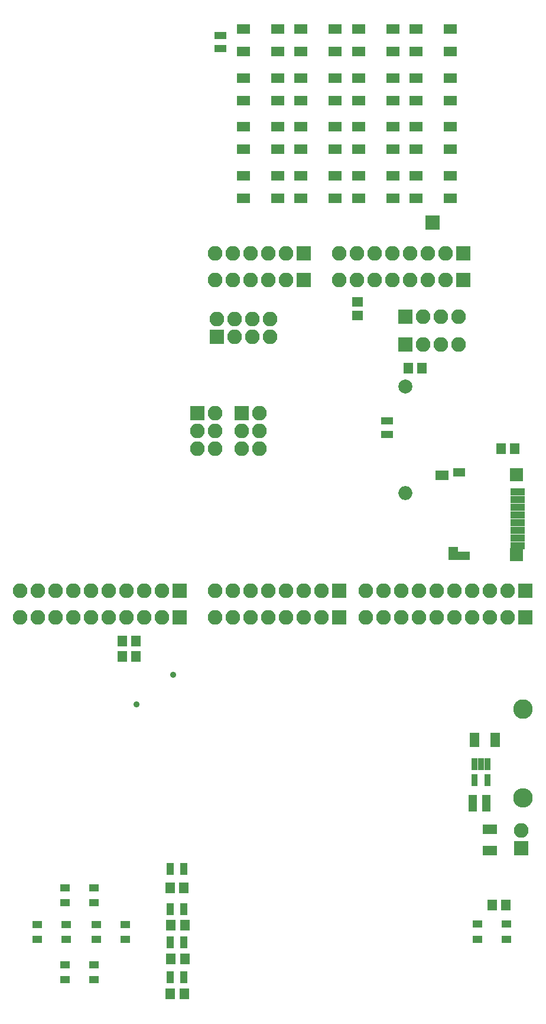
<source format=gts>
G04 #@! TF.FileFunction,Soldermask,Top*
%FSLAX46Y46*%
G04 Gerber Fmt 4.6, Leading zero omitted, Abs format (unit mm)*
G04 Created by KiCad (PCBNEW 4.0.7-e2-6376~58~ubuntu14.04.1) date Tue Sep  5 20:37:50 2017*
%MOMM*%
%LPD*%
G01*
G04 APERTURE LIST*
%ADD10C,0.100000*%
%ADD11C,2.800000*%
%ADD12O,2.800000X2.800000*%
%ADD13R,1.400000X1.650000*%
%ADD14R,1.650000X1.400000*%
%ADD15R,1.400000X2.000000*%
%ADD16R,2.000000X1.400000*%
%ADD17R,1.900000X1.400000*%
%ADD18R,2.100000X2.100000*%
%ADD19O,2.100000X2.100000*%
%ADD20C,0.900000*%
%ADD21R,1.200000X2.400000*%
%ADD22R,1.700000X1.100000*%
%ADD23R,1.100000X1.700000*%
%ADD24R,1.450000X1.050000*%
%ADD25C,2.000000*%
%ADD26O,2.000000X2.000000*%
%ADD27R,0.958800X1.720800*%
%ADD28R,2.150440X1.100176*%
%ADD29R,2.152980X1.101191*%
%ADD30R,2.151610X1.100643*%
%ADD31R,2.152180X1.100871*%
%ADD32R,2.152460X1.100982*%
%ADD33R,2.150430X1.100174*%
%ADD34R,2.151770X1.100710*%
%ADD35R,2.152640X1.101055*%
%ADD36R,1.900920X1.900920*%
%ADD37R,1.901800X1.901800*%
%ADD38R,1.901100X1.200585*%
%ADD39R,1.800640X1.200364*%
%ADD40R,1.400010X1.900010*%
%ADD41R,1.901930X1.401290*%
G04 APERTURE END LIST*
D10*
D11*
X155800000Y-126200000D03*
D12*
X155800000Y-138900000D03*
D13*
X98400000Y-116400000D03*
X100400000Y-116400000D03*
X100400000Y-118650000D03*
X98400000Y-118650000D03*
D14*
X132140000Y-67880000D03*
X132140000Y-69880000D03*
D13*
X152670000Y-88900000D03*
X154670000Y-88900000D03*
X107250000Y-151750000D03*
X105250000Y-151750000D03*
X107400000Y-157100000D03*
X105400000Y-157100000D03*
X107400000Y-161900000D03*
X105400000Y-161900000D03*
X107300000Y-166900000D03*
X105300000Y-166900000D03*
X153400000Y-154200000D03*
X151400000Y-154200000D03*
X141400000Y-77400000D03*
X139400000Y-77400000D03*
D15*
X151900000Y-130600000D03*
X148900000Y-130600000D03*
D16*
X151100000Y-146400000D03*
X151100000Y-143400000D03*
D17*
X115785000Y-28920000D03*
X120685000Y-28920000D03*
X115785000Y-32120000D03*
X120685000Y-32120000D03*
X124040000Y-28920000D03*
X128940000Y-28920000D03*
X124040000Y-32120000D03*
X128940000Y-32120000D03*
X132295000Y-28920000D03*
X137195000Y-28920000D03*
X132295000Y-32120000D03*
X137195000Y-32120000D03*
X140550000Y-28920000D03*
X145450000Y-28920000D03*
X140550000Y-32120000D03*
X145450000Y-32120000D03*
X115785000Y-35905000D03*
X120685000Y-35905000D03*
X115785000Y-39105000D03*
X120685000Y-39105000D03*
X124040000Y-35905000D03*
X128940000Y-35905000D03*
X124040000Y-39105000D03*
X128940000Y-39105000D03*
X132295000Y-35905000D03*
X137195000Y-35905000D03*
X132295000Y-39105000D03*
X137195000Y-39105000D03*
X140550000Y-35905000D03*
X145450000Y-35905000D03*
X140550000Y-39105000D03*
X145450000Y-39105000D03*
X115785000Y-42890000D03*
X120685000Y-42890000D03*
X115785000Y-46090000D03*
X120685000Y-46090000D03*
X124040000Y-42890000D03*
X128940000Y-42890000D03*
X124040000Y-46090000D03*
X128940000Y-46090000D03*
X132295000Y-42890000D03*
X137195000Y-42890000D03*
X132295000Y-46090000D03*
X137195000Y-46090000D03*
X140550000Y-42890000D03*
X145450000Y-42890000D03*
X140550000Y-46090000D03*
X145450000Y-46090000D03*
X115785000Y-49875000D03*
X120685000Y-49875000D03*
X115785000Y-53075000D03*
X120685000Y-53075000D03*
X124040000Y-49875000D03*
X128940000Y-49875000D03*
X124040000Y-53075000D03*
X128940000Y-53075000D03*
X132295000Y-49875000D03*
X137195000Y-49875000D03*
X132295000Y-53075000D03*
X137195000Y-53075000D03*
X140550000Y-49875000D03*
X145450000Y-49875000D03*
X140550000Y-53075000D03*
X145450000Y-53075000D03*
D18*
X112014000Y-72898000D03*
D19*
X112014000Y-70358000D03*
X114554000Y-72898000D03*
X114554000Y-70358000D03*
X117094000Y-72898000D03*
X117094000Y-70358000D03*
X119634000Y-72898000D03*
X119634000Y-70358000D03*
D18*
X139000000Y-70000000D03*
D19*
X141540000Y-70000000D03*
X144080000Y-70000000D03*
X146620000Y-70000000D03*
D18*
X147320000Y-60960000D03*
D19*
X144780000Y-60960000D03*
X142240000Y-60960000D03*
X139700000Y-60960000D03*
X137160000Y-60960000D03*
X134620000Y-60960000D03*
X132080000Y-60960000D03*
X129540000Y-60960000D03*
D18*
X147320000Y-64770000D03*
D19*
X144780000Y-64770000D03*
X142240000Y-64770000D03*
X139700000Y-64770000D03*
X137160000Y-64770000D03*
X134620000Y-64770000D03*
X132080000Y-64770000D03*
X129540000Y-64770000D03*
D18*
X156210000Y-113030000D03*
D19*
X153670000Y-113030000D03*
X151130000Y-113030000D03*
X148590000Y-113030000D03*
X146050000Y-113030000D03*
X143510000Y-113030000D03*
X140970000Y-113030000D03*
X138430000Y-113030000D03*
X135890000Y-113030000D03*
X133350000Y-113030000D03*
D18*
X156210000Y-109220000D03*
D19*
X153670000Y-109220000D03*
X151130000Y-109220000D03*
X148590000Y-109220000D03*
X146050000Y-109220000D03*
X143510000Y-109220000D03*
X140970000Y-109220000D03*
X138430000Y-109220000D03*
X135890000Y-109220000D03*
X133350000Y-109220000D03*
D18*
X129540000Y-113030000D03*
D19*
X127000000Y-113030000D03*
X124460000Y-113030000D03*
X121920000Y-113030000D03*
X119380000Y-113030000D03*
X116840000Y-113030000D03*
X114300000Y-113030000D03*
X111760000Y-113030000D03*
D18*
X129540000Y-109220000D03*
D19*
X127000000Y-109220000D03*
X124460000Y-109220000D03*
X121920000Y-109220000D03*
X119380000Y-109220000D03*
X116840000Y-109220000D03*
X114300000Y-109220000D03*
X111760000Y-109220000D03*
D18*
X124460000Y-60960000D03*
D19*
X121920000Y-60960000D03*
X119380000Y-60960000D03*
X116840000Y-60960000D03*
X114300000Y-60960000D03*
X111760000Y-60960000D03*
D18*
X124460000Y-64770000D03*
D19*
X121920000Y-64770000D03*
X119380000Y-64770000D03*
X116840000Y-64770000D03*
X114300000Y-64770000D03*
X111760000Y-64770000D03*
D18*
X106680000Y-113030000D03*
D19*
X104140000Y-113030000D03*
X101600000Y-113030000D03*
X99060000Y-113030000D03*
X96520000Y-113030000D03*
X93980000Y-113030000D03*
X91440000Y-113030000D03*
X88900000Y-113030000D03*
X86360000Y-113030000D03*
X83820000Y-113030000D03*
D18*
X106680000Y-109220000D03*
D19*
X104140000Y-109220000D03*
X101600000Y-109220000D03*
X99060000Y-109220000D03*
X96520000Y-109220000D03*
X93980000Y-109220000D03*
X91440000Y-109220000D03*
X88900000Y-109220000D03*
X86360000Y-109220000D03*
X83820000Y-109220000D03*
D18*
X139000000Y-74000000D03*
D19*
X141540000Y-74000000D03*
X144080000Y-74000000D03*
X146620000Y-74000000D03*
D18*
X109220000Y-83820000D03*
D19*
X111760000Y-83820000D03*
X109220000Y-86360000D03*
X111760000Y-86360000D03*
X109220000Y-88900000D03*
X111760000Y-88900000D03*
D18*
X115570000Y-83820000D03*
D19*
X118110000Y-83820000D03*
X115570000Y-86360000D03*
X118110000Y-86360000D03*
X115570000Y-88900000D03*
X118110000Y-88900000D03*
D18*
X155600000Y-146100000D03*
D19*
X155600000Y-143560000D03*
D20*
X105700000Y-121300000D03*
X100450000Y-125500000D03*
D21*
X148600000Y-139600000D03*
X150600000Y-139600000D03*
D22*
X112522000Y-29784000D03*
X112522000Y-31684000D03*
D23*
X105300000Y-149000000D03*
X107200000Y-149000000D03*
X105300000Y-154750000D03*
X107200000Y-154750000D03*
X105300000Y-159500000D03*
X107200000Y-159500000D03*
X105300000Y-164500000D03*
X107200000Y-164500000D03*
D22*
X136400000Y-84950000D03*
X136400000Y-86850000D03*
D24*
X90205000Y-153865000D03*
X94355000Y-153865000D03*
X94355000Y-151715000D03*
X90205000Y-151715000D03*
X86205000Y-159115000D03*
X90355000Y-159115000D03*
X90355000Y-156965000D03*
X86205000Y-156965000D03*
X94705000Y-159115000D03*
X98855000Y-159115000D03*
X98855000Y-156965000D03*
X94705000Y-156965000D03*
X90205000Y-164865000D03*
X94355000Y-164865000D03*
X94355000Y-162715000D03*
X90205000Y-162715000D03*
X149335000Y-159075000D03*
X153485000Y-159075000D03*
X153485000Y-156925000D03*
X149335000Y-156925000D03*
D25*
X139000000Y-80000000D03*
D26*
X139000000Y-95240000D03*
D27*
X150739800Y-134031600D03*
X149800000Y-134031600D03*
X148860200Y-134031600D03*
X148860200Y-136368400D03*
X150739800Y-136368400D03*
D18*
X142900000Y-56600000D03*
D28*
X155038000Y-95075000D03*
D29*
X155038000Y-96175000D03*
D30*
X155038000Y-97275000D03*
D31*
X155038000Y-98375000D03*
D32*
X155038000Y-99475000D03*
D33*
X155038000Y-100575000D03*
D34*
X155038000Y-101675000D03*
D35*
X155038000Y-102775000D03*
D36*
X154913000Y-104075000D03*
D37*
X154913000Y-92625000D03*
D38*
X147313000Y-104250000D03*
D39*
X146663000Y-92300000D03*
D40*
X145813000Y-103895000D03*
D41*
X144213000Y-92700000D03*
M02*

</source>
